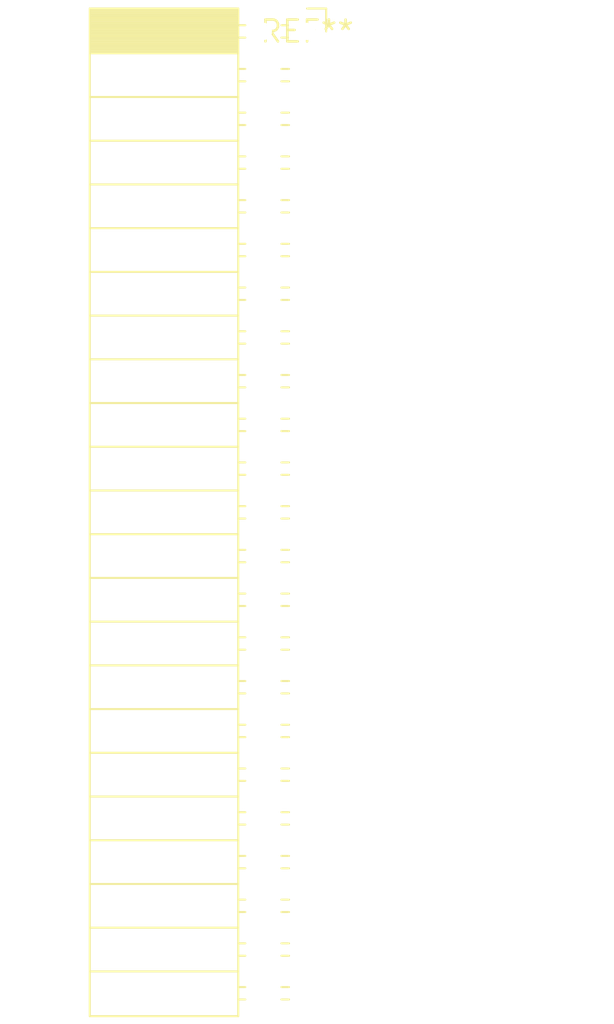
<source format=kicad_pcb>
(kicad_pcb (version 20240108) (generator pcbnew)
  (layers (0 "F.Cu" signal) (31 "B.Cu" signal) (34 "B.Paste" user) (35 "F.Paste" user) (36 "B.SilkS" user "B.Silkscreen") (37 "F.SilkS" user "F.Silkscreen") (38 "B.Mask" user) (39 "F.Mask" user) (44 "Edge.Cuts" user))
  (net 0 "")
  (footprint "PinSocket_2x23_P2.54mm_Horizontal" (layer "F.Cu") (at 0 0)
    (property "Reference" "REF**")
    (property "Value" "PinSocket_2x23_P2.54mm_Horizontal")
    (fp_line (start -12.63 -1.33) (end -12.63 57.21) (layer "F.SilkS") (stroke (width 0.12)))
    (fp_line (start -12.63 -1.33) (end -4 -1.33) (layer "F.SilkS") (stroke (width 0.12)))
    (fp_line (start -12.63 -1.21) (end -4 -1.21) (layer "F.SilkS") (stroke (width 0.12)))
    (fp_line (start -12.63 -1.091905) (end -4 -1.091905) (layer "F.SilkS") (stroke (width 0.12)))
    (fp_line (start -12.63 -0.97381) (end -4 -0.97381) (layer "F.SilkS") (stroke (width 0.12)))
    (fp_line (start -12.63 -0.855715) (end -4 -0.855715) (layer "F.SilkS") (stroke (width 0.12)))
    (fp_line (start -12.63 -0.73762) (end -4 -0.73762) (layer "F.SilkS") (stroke (width 0.12)))
    (fp_line (start -12.63 -0.619525) (end -4 -0.619525) (layer "F.SilkS") (stroke (width 0.12)))
    (fp_line (start -12.63 -0.50143) (end -4 -0.50143) (layer "F.SilkS") (stroke (width 0.12)))
    (fp_line (start -12.63 -0.383335) (end -4 -0.383335) (layer "F.SilkS") (stroke (width 0.12)))
    (fp_line (start -12.63 -0.26524) (end -4 -0.26524) (layer "F.SilkS") (stroke (width 0.12)))
    (fp_line (start -12.63 -0.147145) (end -4 -0.147145) (layer "F.SilkS") (stroke (width 0.12)))
    (fp_line (start -12.63 -0.02905) (end -4 -0.02905) (layer "F.SilkS") (stroke (width 0.12)))
    (fp_line (start -12.63 0.089045) (end -4 0.089045) (layer "F.SilkS") (stroke (width 0.12)))
    (fp_line (start -12.63 0.20714) (end -4 0.20714) (layer "F.SilkS") (stroke (width 0.12)))
    (fp_line (start -12.63 0.325235) (end -4 0.325235) (layer "F.SilkS") (stroke (width 0.12)))
    (fp_line (start -12.63 0.44333) (end -4 0.44333) (layer "F.SilkS") (stroke (width 0.12)))
    (fp_line (start -12.63 0.561425) (end -4 0.561425) (layer "F.SilkS") (stroke (width 0.12)))
    (fp_line (start -12.63 0.67952) (end -4 0.67952) (layer "F.SilkS") (stroke (width 0.12)))
    (fp_line (start -12.63 0.797615) (end -4 0.797615) (layer "F.SilkS") (stroke (width 0.12)))
    (fp_line (start -12.63 0.91571) (end -4 0.91571) (layer "F.SilkS") (stroke (width 0.12)))
    (fp_line (start -12.63 1.033805) (end -4 1.033805) (layer "F.SilkS") (stroke (width 0.12)))
    (fp_line (start -12.63 1.1519) (end -4 1.1519) (layer "F.SilkS") (stroke (width 0.12)))
    (fp_line (start -12.63 1.27) (end -4 1.27) (layer "F.SilkS") (stroke (width 0.12)))
    (fp_line (start -12.63 3.81) (end -4 3.81) (layer "F.SilkS") (stroke (width 0.12)))
    (fp_line (start -12.63 6.35) (end -4 6.35) (layer "F.SilkS") (stroke (width 0.12)))
    (fp_line (start -12.63 8.89) (end -4 8.89) (layer "F.SilkS") (stroke (width 0.12)))
    (fp_line (start -12.63 11.43) (end -4 11.43) (layer "F.SilkS") (stroke (width 0.12)))
    (fp_line (start -12.63 13.97) (end -4 13.97) (layer "F.SilkS") (stroke (width 0.12)))
    (fp_line (start -12.63 16.51) (end -4 16.51) (layer "F.SilkS") (stroke (width 0.12)))
    (fp_line (start -12.63 19.05) (end -4 19.05) (layer "F.SilkS") (stroke (width 0.12)))
    (fp_line (start -12.63 21.59) (end -4 21.59) (layer "F.SilkS") (stroke (width 0.12)))
    (fp_line (start -12.63 24.13) (end -4 24.13) (layer "F.SilkS") (stroke (width 0.12)))
    (fp_line (start -12.63 26.67) (end -4 26.67) (layer "F.SilkS") (stroke (width 0.12)))
    (fp_line (start -12.63 29.21) (end -4 29.21) (layer "F.SilkS") (stroke (width 0.12)))
    (fp_line (start -12.63 31.75) (end -4 31.75) (layer "F.SilkS") (stroke (width 0.12)))
    (fp_line (start -12.63 34.29) (end -4 34.29) (layer "F.SilkS") (stroke (width 0.12)))
    (fp_line (start -12.63 36.83) (end -4 36.83) (layer "F.SilkS") (stroke (width 0.12)))
    (fp_line (start -12.63 39.37) (end -4 39.37) (layer "F.SilkS") (stroke (width 0.12)))
    (fp_line (start -12.63 41.91) (end -4 41.91) (layer "F.SilkS") (stroke (width 0.12)))
    (fp_line (start -12.63 44.45) (end -4 44.45) (layer "F.SilkS") (stroke (width 0.12)))
    (fp_line (start -12.63 46.99) (end -4 46.99) (layer "F.SilkS") (stroke (width 0.12)))
    (fp_line (start -12.63 49.53) (end -4 49.53) (layer "F.SilkS") (stroke (width 0.12)))
    (fp_line (start -12.63 52.07) (end -4 52.07) (layer "F.SilkS") (stroke (width 0.12)))
    (fp_line (start -12.63 54.61) (end -4 54.61) (layer "F.SilkS") (stroke (width 0.12)))
    (fp_line (start -12.63 57.21) (end -4 57.21) (layer "F.SilkS") (stroke (width 0.12)))
    (fp_line (start -4 -1.33) (end -4 57.21) (layer "F.SilkS") (stroke (width 0.12)))
    (fp_line (start -4 -0.36) (end -3.59 -0.36) (layer "F.SilkS") (stroke (width 0.12)))
    (fp_line (start -4 0.36) (end -3.59 0.36) (layer "F.SilkS") (stroke (width 0.12)))
    (fp_line (start -4 2.18) (end -3.59 2.18) (layer "F.SilkS") (stroke (width 0.12)))
    (fp_line (start -4 2.9) (end -3.59 2.9) (layer "F.SilkS") (stroke (width 0.12)))
    (fp_line (start -4 4.72) (end -3.59 4.72) (layer "F.SilkS") (stroke (width 0.12)))
    (fp_line (start -4 5.44) (end -3.59 5.44) (layer "F.SilkS") (stroke (width 0.12)))
    (fp_line (start -4 7.26) (end -3.59 7.26) (layer "F.SilkS") (stroke (width 0.12)))
    (fp_line (start -4 7.98) (end -3.59 7.98) (layer "F.SilkS") (stroke (width 0.12)))
    (fp_line (start -4 9.8) (end -3.59 9.8) (layer "F.SilkS") (stroke (width 0.12)))
    (fp_line (start -4 10.52) (end -3.59 10.52) (layer "F.SilkS") (stroke (width 0.12)))
    (fp_line (start -4 12.34) (end -3.59 12.34) (layer "F.SilkS") (stroke (width 0.12)))
    (fp_line (start -4 13.06) (end -3.59 13.06) (layer "F.SilkS") (stroke (width 0.12)))
    (fp_line (start -4 14.88) (end -3.59 14.88) (layer "F.SilkS") (stroke (width 0.12)))
    (fp_line (start -4 15.6) (end -3.59 15.6) (layer "F.SilkS") (stroke (width 0.12)))
    (fp_line (start -4 17.42) (end -3.59 17.42) (layer "F.SilkS") (stroke (width 0.12)))
    (fp_line (start -4 18.14) (end -3.59 18.14) (layer "F.SilkS") (stroke (width 0.12)))
    (fp_line (start -4 19.96) (end -3.59 19.96) (layer "F.SilkS") (stroke (width 0.12)))
    (fp_line (start -4 20.68) (end -3.59 20.68) (layer "F.SilkS") (stroke (width 0.12)))
    (fp_line (start -4 22.5) (end -3.59 22.5) (layer "F.SilkS") (stroke (width 0.12)))
    (fp_line (start -4 23.22) (end -3.59 23.22) (layer "F.SilkS") (stroke (width 0.12)))
    (fp_line (start -4 25.04) (end -3.59 25.04) (layer "F.SilkS") (stroke (width 0.12)))
    (fp_line (start -4 25.76) (end -3.59 25.76) (layer "F.SilkS") (stroke (width 0.12)))
    (fp_line (start -4 27.58) (end -3.59 27.58) (layer "F.SilkS") (stroke (width 0.12)))
    (fp_line (start -4 28.3) (end -3.59 28.3) (layer "F.SilkS") (stroke (width 0.12)))
    (fp_line (start -4 30.12) (end -3.59 30.12) (layer "F.SilkS") (stroke (width 0.12)))
    (fp_line (start -4 30.84) (end -3.59 30.84) (layer "F.SilkS") (stroke (width 0.12)))
    (fp_line (start -4 32.66) (end -3.59 32.66) (layer "F.SilkS") (stroke (width 0.12)))
    (fp_line (start -4 33.38) (end -3.59 33.38) (layer "F.SilkS") (stroke (width 0.12)))
    (fp_line (start -4 35.2) (end -3.59 35.2) (layer "F.SilkS") (stroke (width 0.12)))
    (fp_line (start -4 35.92) (end -3.59 35.92) (layer "F.SilkS") (stroke (width 0.12)))
    (fp_line (start -4 37.74) (end -3.59 37.74) (layer "F.SilkS") (stroke (width 0.12)))
    (fp_line (start -4 38.46) (end -3.59 38.46) (layer "F.SilkS") (stroke (width 0.12)))
    (fp_line (start -4 40.28) (end -3.59 40.28) (layer "F.SilkS") (stroke (width 0.12)))
    (fp_line (start -4 41) (end -3.59 41) (layer "F.SilkS") (stroke (width 0.12)))
    (fp_line (start -4 42.82) (end -3.59 42.82) (layer "F.SilkS") (stroke (width 0.12)))
    (fp_line (start -4 43.54) (end -3.59 43.54) (layer "F.SilkS") (stroke (width 0.12)))
    (fp_line (start -4 45.36) (end -3.59 45.36) (layer "F.SilkS") (stroke (width 0.12)))
    (fp_line (start -4 46.08) (end -3.59 46.08) (layer "F.SilkS") (stroke (width 0.12)))
    (fp_line (start -4 47.9) (end -3.59 47.9) (layer "F.SilkS") (stroke (width 0.12)))
    (fp_line (start -4 48.62) (end -3.59 48.62) (layer "F.SilkS") (stroke (width 0.12)))
    (fp_line (start -4 50.44) (end -3.59 50.44) (layer "F.SilkS") (stroke (width 0.12)))
    (fp_line (start -4 51.16) (end -3.59 51.16) (layer "F.SilkS") (stroke (width 0.12)))
    (fp_line (start -4 52.98) (end -3.59 52.98) (layer "F.SilkS") (stroke (width 0.12)))
    (fp_line (start -4 53.7) (end -3.59 53.7) (layer "F.SilkS") (stroke (width 0.12)))
    (fp_line (start -4 55.52) (end -3.59 55.52) (layer "F.SilkS") (stroke (width 0.12)))
    (fp_line (start -4 56.24) (end -3.59 56.24) (layer "F.SilkS") (stroke (width 0.12)))
    (fp_line (start -1.49 -0.36) (end -1.11 -0.36) (layer "F.SilkS") (stroke (width 0.12)))
    (fp_line (start -1.49 0.36) (end -1.11 0.36) (layer "F.SilkS") (stroke (width 0.12)))
    (fp_line (start -1.49 2.18) (end -1.05 2.18) (layer "F.SilkS") (stroke (width 0.12)))
    (fp_line (start -1.49 2.9) (end -1.05 2.9) (layer "F.SilkS") (stroke (width 0.12)))
    (fp_line (start -1.49 4.72) (end -1.05 4.72) (layer "F.SilkS") (stroke (width 0.12)))
    (fp_line (start -1.49 5.44) (end -1.05 5.44) (layer "F.SilkS") (stroke (width 0.12)))
    (fp_line (start -1.49 7.26) (end -1.05 7.26) (layer "F.SilkS") (stroke (width 0.12)))
    (fp_line (start -1.49 7.98) (end -1.05 7.98) (layer "F.SilkS") (stroke (width 0.12)))
    (fp_line (start -1.49 9.8) (end -1.05 9.8) (layer "F.SilkS") (stroke (width 0.12)))
    (fp_line (start -1.49 10.52) (end -1.05 10.52) (layer "F.SilkS") (stroke (width 0.12)))
    (fp_line (start -1.49 12.34) (end -1.05 12.34) (layer "F.SilkS") (stroke (width 0.12)))
    (fp_line (start -1.49 13.06) (end -1.05 13.06) (layer "F.SilkS") (stroke (width 0.12)))
    (fp_line (start -1.49 14.88) (end -1.05 14.88) (layer "F.SilkS") (stroke (width 0.12)))
    (fp_line (start -1.49 15.6) (end -1.05 15.6) (layer "F.SilkS") (stroke (width 0.12)))
    (fp_line (start -1.49 17.42) (end -1.05 17.42) (layer "F.SilkS") (stroke (width 0.12)))
    (fp_line (start -1.49 18.14) (end -1.05 18.14) (layer "F.SilkS") (stroke (width 0.12)))
    (fp_line (start -1.49 19.96) (end -1.05 19.96) (layer "F.SilkS") (stroke (width 0.12)))
    (fp_line (start -1.49 20.68) (end -1.05 20.68) (layer "F.SilkS") (stroke (width 0.12)))
    (fp_line (start -1.49 22.5) (end -1.05 22.5) (layer "F.SilkS") (stroke (width 0.12)))
    (fp_line (start -1.49 23.22) (end -1.05 23.22) (layer "F.SilkS") (stroke (width 0.12)))
    (fp_line (start -1.49 25.04) (end -1.05 25.04) (layer "F.SilkS") (stroke (width 0.12)))
    (fp_line (start -1.49 25.76) (end -1.05 25.76) (layer "F.SilkS") (stroke (width 0.12)))
    (fp_line (start -1.49 27.58) (end -1.05 27.58) (layer "F.SilkS") (stroke (width 0.12)))
    (fp_line (start -1.49 28.3) (end -1.05 28.3) (layer "F.SilkS") (stroke (width 0.12)))
    (fp_line (start -1.49 30.12) (end -1.05 30.12) (layer "F.SilkS") (stroke (width 0.12)))
    (fp_line (start -1.49 30.84) (end -1.05 30.84) (layer "F.SilkS") (stroke (width 0.12)))
    (fp_line (start -1.49 32.66) (end -1.05 32.66) (layer "F.SilkS") (stroke (width 0.12)))
    (fp_line (start -1.49 33.38) (end -1.05 33.38) (layer "F.SilkS") (stroke (width 0.12)))
    (fp_line (start -1.49 35.2) (end -1.05 35.2) (layer "F.SilkS") (stroke (width 0.12)))
    (fp_line (start -1.49 35.92) (end -1.05 35.92) (layer "F.SilkS") (stroke (width 0.12)))
    (fp_line (start -1.49 37.74) (end -1.05 37.74) (layer "F.SilkS") (stroke (width 0.12)))
    (fp_line (start -1.49 38.46) (end -1.05 38.46) (layer "F.SilkS") (stroke (width 0.12)))
    (fp_line (start -1.49 40.28) (end -1.05 40.28) (layer "F.SilkS") (stroke (width 0.12)))
    (fp_line (start -1.49 41) (end -1.05 41) (layer "F.SilkS") (stroke (width 0.12)))
    (fp_line (start -1.49 42.82) (end -1.05 42.82) (layer "F.SilkS") (stroke (width 0.12)))
    (fp_line (start -1.49 43.54) (end -1.05 43.54) (layer "F.SilkS") (stroke (width 0.12)))
    (fp_line (start -1.49 45.36) (end -1.05 45.36) (layer "F.SilkS") (stroke (width 0.12)))
    (fp_line (start -1.49 46.08) (end -1.05 46.08) (layer "F.SilkS") (stroke (width 0.12)))
    (fp_line (start -1.49 47.9) (end -1.05 47.9) (layer "F.SilkS") (stroke (width 0.12)))
    (fp_line (start -1.49 48.62) (end -1.05 48.62) (layer "F.SilkS") (stroke (width 0.12)))
    (fp_line (start -1.49 50.44) (end -1.05 50.44) (layer "F.SilkS") (stroke (width 0.12)))
    (fp_line (start -1.49 51.16) (end -1.05 51.16) (layer "F.SilkS") (stroke (width 0.12)))
    (fp_line (start -1.49 52.98) (end -1.05 52.98) (layer "F.SilkS") (stroke (width 0.12)))
    (fp_line (start -1.49 53.7) (end -1.05 53.7) (layer "F.SilkS") (stroke (width 0.12)))
    (fp_line (start -1.49 55.52) (end -1.05 55.52) (layer "F.SilkS") (stroke (width 0.12)))
    (fp_line (start -1.49 56.24) (end -1.05 56.24) (layer "F.SilkS") (stroke (width 0.12)))
    (fp_line (start 0 -1.33) (end 1.11 -1.33) (layer "F.SilkS") (stroke (width 0.12)))
    (fp_line (start 1.11 -1.33) (end 1.11 0) (layer "F.SilkS") (stroke (width 0.12)))
    (pad "1" thru_hole rect (at 0 0) (size 1.7 1.7) (drill 1) (layers *.Cu *.Mask) (remove_unused_layers))
    (pad "2" thru_hole oval (at -2.54 0) (size 1.7 1.7) (drill 1) (layers *.Cu *.Mask) (remove_unused_layers))
    (pad "3" thru_hole oval (at 0 2.54) (size 1.7 1.7) (drill 1) (layers *.Cu *.Mask) (remove_unused_layers))
    (pad "4" thru_hole oval (at -2.54 2.54) (size 1.7 1.7) (drill 1) (layers *.Cu *.Mask) (remove_unused_layers))
    (pad "5" thru_hole oval (at 0 5.08) (size 1.7 1.7) (drill 1) (layers *.Cu *.Mask) (remove_unused_layers))
    (pad "6" thru_hole oval (at -2.54 5.08) (size 1.7 1.7) (drill 1) (layers *.Cu *.Mask) (remove_unused_layers))
    (pad "7" thru_hole oval (at 0 7.62) (size 1.7 1.7) (drill 1) (layers *.Cu *.Mask) (remove_unused_layers))
    (pad "8" thru_hole oval (at -2.54 7.62) (size 1.7 1.7) (drill 1) (layers *.Cu *.Mask) (remove_unused_layers))
    (pad "9" thru_hole oval (at 0 10.16) (size 1.7 1.7) (drill 1) (layers *.Cu *.Mask) (remove_unused_layers))
    (pad "10" thru_hole oval (at -2.54 10.16) (size 1.7 1.7) (drill 1) (layers *.Cu *.Mask) (remove_unused_layers))
    (pad "11" thru_hole oval (at 0 12.7) (size 1.7 1.7) (drill 1) (layers *.Cu *.Mask) (remove_unused_layers))
    (pad "12" thru_hole oval (at -2.54 12.7) (size 1.7 1.7) (drill 1) (layers *.Cu *.Mask) (remove_unused_layers))
    (pad "13" thru_hole oval (at 0 15.24) (size 1.7 1.7) (drill 1) (layers *.Cu *.Mask) (remove_unused_layers))
    (pad "14" thru_hole oval (at -2.54 15.24) (size 1.7 1.7) (drill 1) (layers *.Cu *.Mask) (remove_unused_layers))
    (pad "15" thru_hole oval (at 0 17.78) (size 1.7 1.7) (drill 1) (layers *.Cu *.Mask) (remove_unused_layers))
    (pad "16" thru_hole oval (at -2.54 17.78) (size 1.7 1.7) (drill 1) (layers *.Cu *.Mask) (remove_unused_layers))
    (pad "17" thru_hole oval (at 0 20.32) (size 1.7 1.7) (drill 1) (layers *.Cu *.Mask) (remove_unused_layers))
    (pad "18" thru_hole oval (at -2.54 20.32) (size 1.7 1.7) (drill 1) (layers *.Cu *.Mask) (remove_unused_layers))
    (pad "19" thru_hole oval (at 0 22.86) (size 1.7 1.7) (drill 1) (layers *.Cu *.Mask) (remove_unused_layers))
    (pad "20" thru_hole oval (at -2.54 22.86) (size 1.7 1.7) (drill 1) (layers *.Cu *.Mask) (remove_unused_layers))
    (pad "21" thru_hole oval (at 0 25.4) (size 1.7 1.7) (drill 1) (layers *.Cu *.Mask) (remove_unused_layers))
    (pad "22" thru_hole oval (at -2.54 25.4) (size 1.7 1.7) (drill 1) (layers *.Cu *.Mask) (remove_unused_layers))
    (pad "23" thru_hole oval (at 0 27.94) (size 1.7 1.7) (drill 1) (layers *.Cu *.Mask) (remove_unused_layers))
    (pad "24" thru_hole oval (at -2.54 27.94) (size 1.7 1.7) (drill 1) (layers *.Cu *.Mask) (remove_unused_layers))
    (pad "25" thru_hole oval (at 0 30.48) (size 1.7 1.7) (drill 1) (layers *.Cu *.Mask) (remove_unused_layers))
    (pad "26" thru_hole oval (at -2.54 30.48) (size 1.7 1.7) (drill 1) (layers *.Cu *.Mask) (remove_unused_layers))
    (pad "27" thru_hole oval (at 0 33.02) (size 1.7 1.7) (drill 1) (layers *.Cu *.Mask) (remove_unused_layers))
    (pad "28" thru_hole oval (at -2.54 33.02) (size 1.7 1.7) (drill 1) (layers *.Cu *.Mask) (remove_unused_layers))
    (pad "29" thru_hole oval (at 0 35.56) (size 1.7 1.7) (drill 1) (layers *.Cu *.Mask) (remove_unused_layers))
    (pad "30" thru_hole oval (at -2.54 35.56) (size 1.7 1.7) (drill 1) (layers *.Cu *.Mask) (remove_unused_layers))
    (pad "31" thru_hole oval (at 0 38.1) (size 1.7 1.7) (drill 1) (layers *.Cu *.Mask) (remove_unused_layers))
    (pad "32" thru_hole oval (at -2.54 38.1) (size 1.7 1.7) (drill 1) (layers *.Cu *.Mask) (remove_unused_layers))
    (pad "33" thru_hole oval (at 0 40.64) (size 1.7 1.7) (drill 1) (layers *.Cu *.Mask) (remove_unused_layers))
    (pad "34" thru_hole oval (at -2.54 40.64) (size 1.7 1.7) (drill 1) (layers *.Cu *.Mask) (remove_unused_layers))
    (pad "35" thru_hole oval (at 0 43.18) (size 1.7 1.7) (drill 1) (layers *.Cu *.Mask) (remove_unused_layers))
    (pad "36" thru_hole oval (at -2.54 43.18) (size 1.7 1.7) (drill 1) (layers *.Cu *.Mask) (remove_unused_layers))
    (pad "37" thru_hole oval (at 0 45.72) (size 1.7 1.7) (drill 1) (layers *.Cu *.Mask) (remove_unused_layers))
    (pad "38" thru_hole oval (at -2.54 45.72) (size 1.7 1.7) (drill 1) (layers *.Cu *.Mask) (remove_unused_layers))
    (pad "39" thru_hole oval (at 0 48.26) (size 1.7 1.7) (drill 1) (layers *.Cu *.Mask) (remove_unused_layers))
    (pad "40" thru_hole oval (at -2.54 48.26) (size 1.7 1.7) (drill 1) (layers *.Cu *.Mask) (remove_unused_layers))
    (pad "41" thru_hole oval (at 0 50.8) (size 1.7 1.7) (drill 1) (layers *.Cu *.Mask) (remove_unused_layers))
    (pad "42" thru_hole oval (at -2.54 50.8) (size 1.7 1.7) (drill 1) (layers *.Cu *.Mask) (remove_unused_layers))
    (pad "43" thru_hole oval (at 0 53.34) (size 1.7 1.7) (drill 1) (layers *.Cu *.Mask) (remove_unused_layers))
    (pad "44" thru_hole oval (at -2.54 53.34) (size 1.7 1.7) (drill 1) (layers *.Cu *.Mask) (remove_unused_layers))
    (pad "45" thru_hole oval (at 0 55.88) (size 1.7 1.7) (drill 1) (layers *.Cu *.Mask) (remove_unused_layers))
    (pad "46" thru_hole oval (at -2.54 55.88) (size 1.7 1.7) (drill 1) (layers *.Cu *.Mask) (remove_unused_layers))
  )
)
</source>
